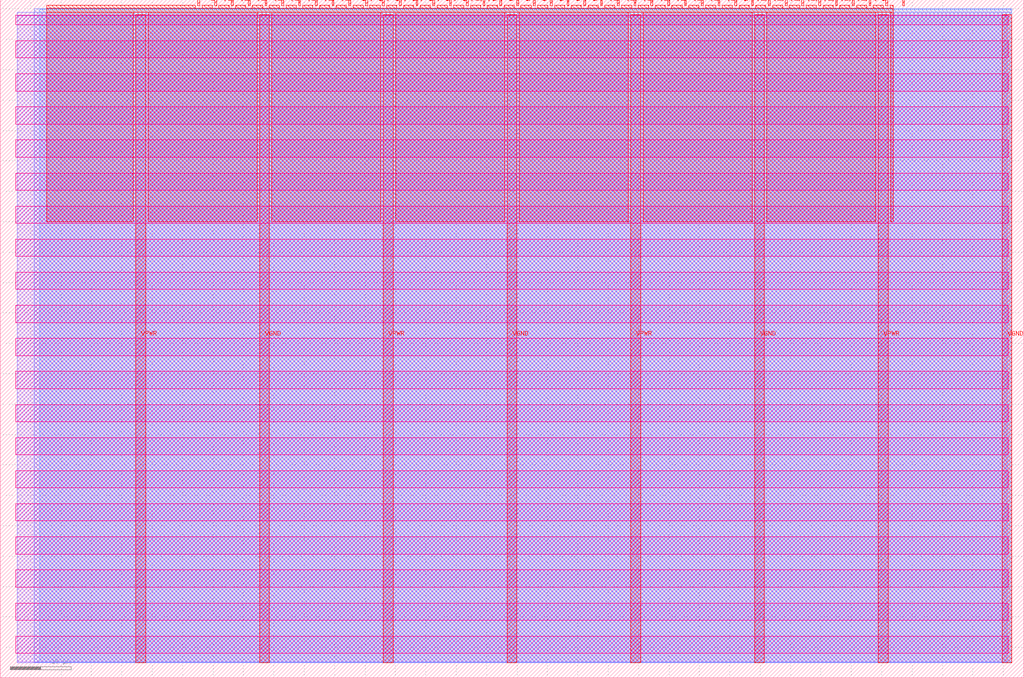
<source format=lef>
VERSION 5.7 ;
  NOWIREEXTENSIONATPIN ON ;
  DIVIDERCHAR "/" ;
  BUSBITCHARS "[]" ;
MACRO tt_um_synth_GyanepsaaS
  CLASS BLOCK ;
  FOREIGN tt_um_synth_GyanepsaaS ;
  ORIGIN 0.000 0.000 ;
  SIZE 168.360 BY 111.520 ;
  PIN VGND
    DIRECTION INOUT ;
    USE GROUND ;
    PORT
      LAYER met4 ;
        RECT 42.670 2.480 44.270 109.040 ;
    END
    PORT
      LAYER met4 ;
        RECT 83.380 2.480 84.980 109.040 ;
    END
    PORT
      LAYER met4 ;
        RECT 124.090 2.480 125.690 109.040 ;
    END
    PORT
      LAYER met4 ;
        RECT 164.800 2.480 166.400 109.040 ;
    END
  END VGND
  PIN VPWR
    DIRECTION INOUT ;
    USE POWER ;
    PORT
      LAYER met4 ;
        RECT 22.315 2.480 23.915 109.040 ;
    END
    PORT
      LAYER met4 ;
        RECT 63.025 2.480 64.625 109.040 ;
    END
    PORT
      LAYER met4 ;
        RECT 103.735 2.480 105.335 109.040 ;
    END
    PORT
      LAYER met4 ;
        RECT 144.445 2.480 146.045 109.040 ;
    END
  END VPWR
  PIN clk
    DIRECTION INPUT ;
    USE SIGNAL ;
    ANTENNAGATEAREA 0.852000 ;
    PORT
      LAYER met4 ;
        RECT 145.670 110.520 145.970 111.520 ;
    END
  END clk
  PIN ena
    DIRECTION INPUT ;
    USE SIGNAL ;
    PORT
      LAYER met4 ;
        RECT 148.430 110.520 148.730 111.520 ;
    END
  END ena
  PIN rst_n
    DIRECTION INPUT ;
    USE SIGNAL ;
    PORT
      LAYER met4 ;
        RECT 142.910 110.520 143.210 111.520 ;
    END
  END rst_n
  PIN ui_in[0]
    DIRECTION INPUT ;
    USE SIGNAL ;
    PORT
      LAYER met4 ;
        RECT 140.150 110.520 140.450 111.520 ;
    END
  END ui_in[0]
  PIN ui_in[1]
    DIRECTION INPUT ;
    USE SIGNAL ;
    PORT
      LAYER met4 ;
        RECT 137.390 110.520 137.690 111.520 ;
    END
  END ui_in[1]
  PIN ui_in[2]
    DIRECTION INPUT ;
    USE SIGNAL ;
    PORT
      LAYER met4 ;
        RECT 134.630 110.520 134.930 111.520 ;
    END
  END ui_in[2]
  PIN ui_in[3]
    DIRECTION INPUT ;
    USE SIGNAL ;
    ANTENNAGATEAREA 0.213000 ;
    PORT
      LAYER met4 ;
        RECT 131.870 110.520 132.170 111.520 ;
    END
  END ui_in[3]
  PIN ui_in[4]
    DIRECTION INPUT ;
    USE SIGNAL ;
    PORT
      LAYER met4 ;
        RECT 129.110 110.520 129.410 111.520 ;
    END
  END ui_in[4]
  PIN ui_in[5]
    DIRECTION INPUT ;
    USE SIGNAL ;
    PORT
      LAYER met4 ;
        RECT 126.350 110.520 126.650 111.520 ;
    END
  END ui_in[5]
  PIN ui_in[6]
    DIRECTION INPUT ;
    USE SIGNAL ;
    PORT
      LAYER met4 ;
        RECT 123.590 110.520 123.890 111.520 ;
    END
  END ui_in[6]
  PIN ui_in[7]
    DIRECTION INPUT ;
    USE SIGNAL ;
    PORT
      LAYER met4 ;
        RECT 120.830 110.520 121.130 111.520 ;
    END
  END ui_in[7]
  PIN uio_in[0]
    DIRECTION INPUT ;
    USE SIGNAL ;
    ANTENNAGATEAREA 0.213000 ;
    PORT
      LAYER met4 ;
        RECT 118.070 110.520 118.370 111.520 ;
    END
  END uio_in[0]
  PIN uio_in[1]
    DIRECTION INPUT ;
    USE SIGNAL ;
    ANTENNAGATEAREA 0.159000 ;
    PORT
      LAYER met4 ;
        RECT 115.310 110.520 115.610 111.520 ;
    END
  END uio_in[1]
  PIN uio_in[2]
    DIRECTION INPUT ;
    USE SIGNAL ;
    ANTENNAGATEAREA 0.213000 ;
    PORT
      LAYER met4 ;
        RECT 112.550 110.520 112.850 111.520 ;
    END
  END uio_in[2]
  PIN uio_in[3]
    DIRECTION INPUT ;
    USE SIGNAL ;
    ANTENNAGATEAREA 0.126000 ;
    PORT
      LAYER met4 ;
        RECT 109.790 110.520 110.090 111.520 ;
    END
  END uio_in[3]
  PIN uio_in[4]
    DIRECTION INPUT ;
    USE SIGNAL ;
    ANTENNAGATEAREA 0.196500 ;
    PORT
      LAYER met4 ;
        RECT 107.030 110.520 107.330 111.520 ;
    END
  END uio_in[4]
  PIN uio_in[5]
    DIRECTION INPUT ;
    USE SIGNAL ;
    ANTENNAGATEAREA 0.196500 ;
    PORT
      LAYER met4 ;
        RECT 104.270 110.520 104.570 111.520 ;
    END
  END uio_in[5]
  PIN uio_in[6]
    DIRECTION INPUT ;
    USE SIGNAL ;
    ANTENNAGATEAREA 0.196500 ;
    PORT
      LAYER met4 ;
        RECT 101.510 110.520 101.810 111.520 ;
    END
  END uio_in[6]
  PIN uio_in[7]
    DIRECTION INPUT ;
    USE SIGNAL ;
    ANTENNAGATEAREA 0.196500 ;
    PORT
      LAYER met4 ;
        RECT 98.750 110.520 99.050 111.520 ;
    END
  END uio_in[7]
  PIN uio_oe[0]
    DIRECTION OUTPUT TRISTATE ;
    USE SIGNAL ;
    PORT
      LAYER met4 ;
        RECT 51.830 110.520 52.130 111.520 ;
    END
  END uio_oe[0]
  PIN uio_oe[1]
    DIRECTION OUTPUT TRISTATE ;
    USE SIGNAL ;
    PORT
      LAYER met4 ;
        RECT 49.070 110.520 49.370 111.520 ;
    END
  END uio_oe[1]
  PIN uio_oe[2]
    DIRECTION OUTPUT TRISTATE ;
    USE SIGNAL ;
    PORT
      LAYER met4 ;
        RECT 46.310 110.520 46.610 111.520 ;
    END
  END uio_oe[2]
  PIN uio_oe[3]
    DIRECTION OUTPUT TRISTATE ;
    USE SIGNAL ;
    PORT
      LAYER met4 ;
        RECT 43.550 110.520 43.850 111.520 ;
    END
  END uio_oe[3]
  PIN uio_oe[4]
    DIRECTION OUTPUT TRISTATE ;
    USE SIGNAL ;
    PORT
      LAYER met4 ;
        RECT 40.790 110.520 41.090 111.520 ;
    END
  END uio_oe[4]
  PIN uio_oe[5]
    DIRECTION OUTPUT TRISTATE ;
    USE SIGNAL ;
    PORT
      LAYER met4 ;
        RECT 38.030 110.520 38.330 111.520 ;
    END
  END uio_oe[5]
  PIN uio_oe[6]
    DIRECTION OUTPUT TRISTATE ;
    USE SIGNAL ;
    PORT
      LAYER met4 ;
        RECT 35.270 110.520 35.570 111.520 ;
    END
  END uio_oe[6]
  PIN uio_oe[7]
    DIRECTION OUTPUT TRISTATE ;
    USE SIGNAL ;
    PORT
      LAYER met4 ;
        RECT 32.510 110.520 32.810 111.520 ;
    END
  END uio_oe[7]
  PIN uio_out[0]
    DIRECTION OUTPUT TRISTATE ;
    USE SIGNAL ;
    PORT
      LAYER met4 ;
        RECT 73.910 110.520 74.210 111.520 ;
    END
  END uio_out[0]
  PIN uio_out[1]
    DIRECTION OUTPUT TRISTATE ;
    USE SIGNAL ;
    PORT
      LAYER met4 ;
        RECT 71.150 110.520 71.450 111.520 ;
    END
  END uio_out[1]
  PIN uio_out[2]
    DIRECTION OUTPUT TRISTATE ;
    USE SIGNAL ;
    PORT
      LAYER met4 ;
        RECT 68.390 110.520 68.690 111.520 ;
    END
  END uio_out[2]
  PIN uio_out[3]
    DIRECTION OUTPUT TRISTATE ;
    USE SIGNAL ;
    PORT
      LAYER met4 ;
        RECT 65.630 110.520 65.930 111.520 ;
    END
  END uio_out[3]
  PIN uio_out[4]
    DIRECTION OUTPUT TRISTATE ;
    USE SIGNAL ;
    PORT
      LAYER met4 ;
        RECT 62.870 110.520 63.170 111.520 ;
    END
  END uio_out[4]
  PIN uio_out[5]
    DIRECTION OUTPUT TRISTATE ;
    USE SIGNAL ;
    PORT
      LAYER met4 ;
        RECT 60.110 110.520 60.410 111.520 ;
    END
  END uio_out[5]
  PIN uio_out[6]
    DIRECTION OUTPUT TRISTATE ;
    USE SIGNAL ;
    PORT
      LAYER met4 ;
        RECT 57.350 110.520 57.650 111.520 ;
    END
  END uio_out[6]
  PIN uio_out[7]
    DIRECTION OUTPUT TRISTATE ;
    USE SIGNAL ;
    PORT
      LAYER met4 ;
        RECT 54.590 110.520 54.890 111.520 ;
    END
  END uio_out[7]
  PIN uo_out[0]
    DIRECTION OUTPUT TRISTATE ;
    USE SIGNAL ;
    ANTENNADIFFAREA 0.795200 ;
    PORT
      LAYER met4 ;
        RECT 95.990 110.520 96.290 111.520 ;
    END
  END uo_out[0]
  PIN uo_out[1]
    DIRECTION OUTPUT TRISTATE ;
    USE SIGNAL ;
    PORT
      LAYER met4 ;
        RECT 93.230 110.520 93.530 111.520 ;
    END
  END uo_out[1]
  PIN uo_out[2]
    DIRECTION OUTPUT TRISTATE ;
    USE SIGNAL ;
    PORT
      LAYER met4 ;
        RECT 90.470 110.520 90.770 111.520 ;
    END
  END uo_out[2]
  PIN uo_out[3]
    DIRECTION OUTPUT TRISTATE ;
    USE SIGNAL ;
    PORT
      LAYER met4 ;
        RECT 87.710 110.520 88.010 111.520 ;
    END
  END uo_out[3]
  PIN uo_out[4]
    DIRECTION OUTPUT TRISTATE ;
    USE SIGNAL ;
    PORT
      LAYER met4 ;
        RECT 84.950 110.520 85.250 111.520 ;
    END
  END uo_out[4]
  PIN uo_out[5]
    DIRECTION OUTPUT TRISTATE ;
    USE SIGNAL ;
    PORT
      LAYER met4 ;
        RECT 82.190 110.520 82.490 111.520 ;
    END
  END uo_out[5]
  PIN uo_out[6]
    DIRECTION OUTPUT TRISTATE ;
    USE SIGNAL ;
    PORT
      LAYER met4 ;
        RECT 79.430 110.520 79.730 111.520 ;
    END
  END uo_out[6]
  PIN uo_out[7]
    DIRECTION OUTPUT TRISTATE ;
    USE SIGNAL ;
    PORT
      LAYER met4 ;
        RECT 76.670 110.520 76.970 111.520 ;
    END
  END uo_out[7]
  OBS
      LAYER nwell ;
        RECT 2.570 107.385 165.790 108.990 ;
        RECT 2.570 101.945 165.790 104.775 ;
        RECT 2.570 96.505 165.790 99.335 ;
        RECT 2.570 91.065 165.790 93.895 ;
        RECT 2.570 85.625 165.790 88.455 ;
        RECT 2.570 80.185 165.790 83.015 ;
        RECT 2.570 74.745 165.790 77.575 ;
        RECT 2.570 69.305 165.790 72.135 ;
        RECT 2.570 63.865 165.790 66.695 ;
        RECT 2.570 58.425 165.790 61.255 ;
        RECT 2.570 52.985 165.790 55.815 ;
        RECT 2.570 47.545 165.790 50.375 ;
        RECT 2.570 42.105 165.790 44.935 ;
        RECT 2.570 36.665 165.790 39.495 ;
        RECT 2.570 31.225 165.790 34.055 ;
        RECT 2.570 25.785 165.790 28.615 ;
        RECT 2.570 20.345 165.790 23.175 ;
        RECT 2.570 14.905 165.790 17.735 ;
        RECT 2.570 9.465 165.790 12.295 ;
        RECT 2.570 4.025 165.790 6.855 ;
      LAYER li1 ;
        RECT 2.760 2.635 165.600 108.885 ;
      LAYER met1 ;
        RECT 2.760 2.480 166.400 109.440 ;
      LAYER met2 ;
        RECT 5.620 2.535 166.370 110.005 ;
      LAYER met3 ;
        RECT 6.505 2.555 166.390 109.985 ;
      LAYER met4 ;
        RECT 7.655 110.120 32.110 110.650 ;
        RECT 33.210 110.120 34.870 110.650 ;
        RECT 35.970 110.120 37.630 110.650 ;
        RECT 38.730 110.120 40.390 110.650 ;
        RECT 41.490 110.120 43.150 110.650 ;
        RECT 44.250 110.120 45.910 110.650 ;
        RECT 47.010 110.120 48.670 110.650 ;
        RECT 49.770 110.120 51.430 110.650 ;
        RECT 52.530 110.120 54.190 110.650 ;
        RECT 55.290 110.120 56.950 110.650 ;
        RECT 58.050 110.120 59.710 110.650 ;
        RECT 60.810 110.120 62.470 110.650 ;
        RECT 63.570 110.120 65.230 110.650 ;
        RECT 66.330 110.120 67.990 110.650 ;
        RECT 69.090 110.120 70.750 110.650 ;
        RECT 71.850 110.120 73.510 110.650 ;
        RECT 74.610 110.120 76.270 110.650 ;
        RECT 77.370 110.120 79.030 110.650 ;
        RECT 80.130 110.120 81.790 110.650 ;
        RECT 82.890 110.120 84.550 110.650 ;
        RECT 85.650 110.120 87.310 110.650 ;
        RECT 88.410 110.120 90.070 110.650 ;
        RECT 91.170 110.120 92.830 110.650 ;
        RECT 93.930 110.120 95.590 110.650 ;
        RECT 96.690 110.120 98.350 110.650 ;
        RECT 99.450 110.120 101.110 110.650 ;
        RECT 102.210 110.120 103.870 110.650 ;
        RECT 104.970 110.120 106.630 110.650 ;
        RECT 107.730 110.120 109.390 110.650 ;
        RECT 110.490 110.120 112.150 110.650 ;
        RECT 113.250 110.120 114.910 110.650 ;
        RECT 116.010 110.120 117.670 110.650 ;
        RECT 118.770 110.120 120.430 110.650 ;
        RECT 121.530 110.120 123.190 110.650 ;
        RECT 124.290 110.120 125.950 110.650 ;
        RECT 127.050 110.120 128.710 110.650 ;
        RECT 129.810 110.120 131.470 110.650 ;
        RECT 132.570 110.120 134.230 110.650 ;
        RECT 135.330 110.120 136.990 110.650 ;
        RECT 138.090 110.120 139.750 110.650 ;
        RECT 140.850 110.120 142.510 110.650 ;
        RECT 143.610 110.120 145.270 110.650 ;
        RECT 146.370 110.120 146.905 110.650 ;
        RECT 7.655 109.440 146.905 110.120 ;
        RECT 7.655 74.975 21.915 109.440 ;
        RECT 24.315 74.975 42.270 109.440 ;
        RECT 44.670 74.975 62.625 109.440 ;
        RECT 65.025 74.975 82.980 109.440 ;
        RECT 85.380 74.975 103.335 109.440 ;
        RECT 105.735 74.975 123.690 109.440 ;
        RECT 126.090 74.975 144.045 109.440 ;
        RECT 146.445 74.975 146.905 109.440 ;
  END
END tt_um_synth_GyanepsaaS
END LIBRARY


</source>
